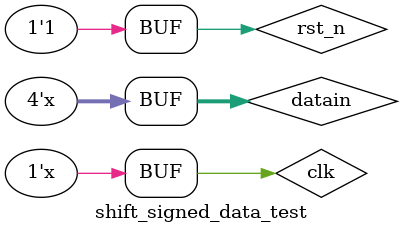
<source format=v>
`timescale 1 ns/ 1 ns
module shift_signed_data_test;
reg clk;
reg rst_n;
reg signed [3:0] datain;
wire [15:0] dataout;

SHIFT_SIGNED_DATA U_SHIFT_SIGNED_DATA
(
	.clk(clk),
	.rst_n(rst_n),
	.datain(datain),
	.dataout(dataout)
);

initial
begin
    clk = 1'b1;
    rst_n = 1'b1;
    datain = 4'b1000;
    #1000
    rst_n = 1'b0;
    #1000
    rst_n = 1'b1;  
end


always #200 clk = ~clk;
always #400 datain = datain + 4'b0001;

endmodule

</source>
